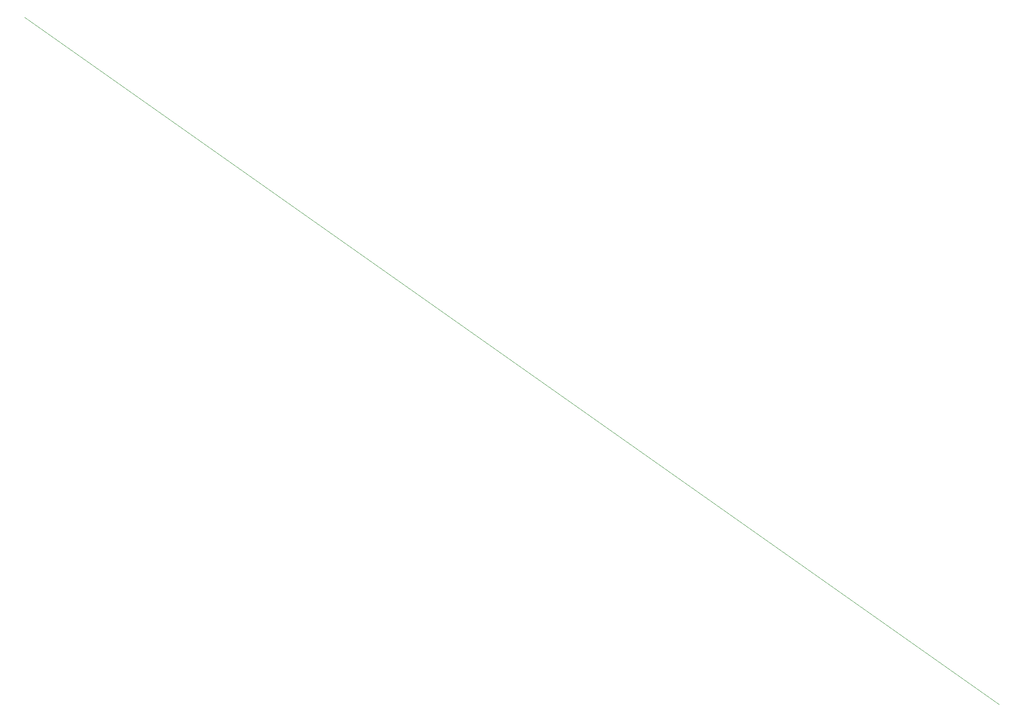
<source format=gbr>
G04 #@! TF.GenerationSoftware,KiCad,Pcbnew,(5.99.0-2302-g1dc804232)*
G04 #@! TF.CreationDate,2020-08-08T17:51:14-07:00*
G04 #@! TF.ProjectId,teensy,7465656e-7379-42e6-9b69-6361645f7063,rev?*
G04 #@! TF.SameCoordinates,Original*
G04 #@! TF.FileFunction,Profile,NP*
%FSLAX46Y46*%
G04 Gerber Fmt 4.6, Leading zero omitted, Abs format (unit mm)*
G04 Created by KiCad (PCBNEW (5.99.0-2302-g1dc804232)) date 2020-08-08 17:51:14*
%MOMM*%
%LPD*%
G01*
G04 APERTURE LIST*
G04 #@! TA.AperFunction,Profile*
%ADD10C,0.100000*%
G04 #@! TD*
G04 APERTURE END LIST*
D10*
X38100000Y-25400000D02*
X254000000Y-177800000D01*
M02*

</source>
